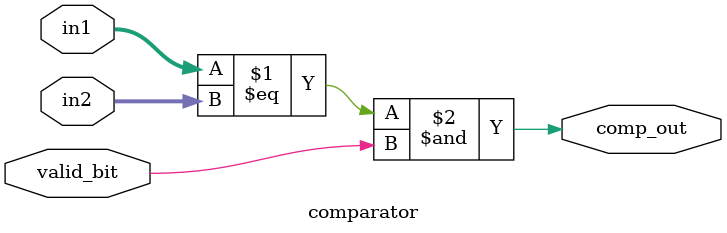
<source format=sv>

module comparator #(
    parameter width = 24
) 
(
    input [width-1:0] in1,
    input [width-1:0] in2,
    input valid_bit,
    output logic comp_out
);

assign comp_out = (in1 == in2) & valid_bit;

endmodule : comparator


</source>
